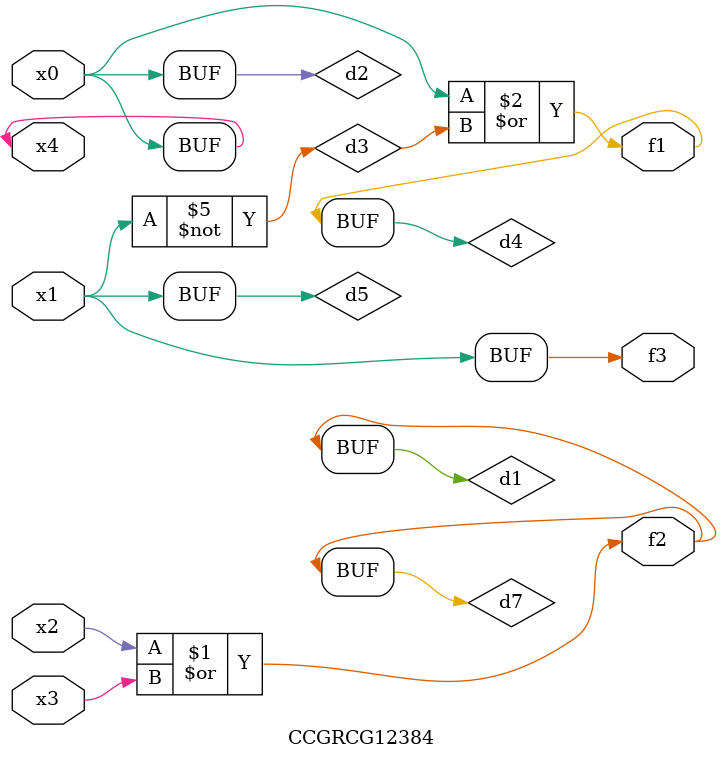
<source format=v>
module CCGRCG12384(
	input x0, x1, x2, x3, x4,
	output f1, f2, f3
);

	wire d1, d2, d3, d4, d5, d6, d7;

	or (d1, x2, x3);
	buf (d2, x0, x4);
	not (d3, x1);
	or (d4, d2, d3);
	not (d5, d3);
	nand (d6, d1, d3);
	or (d7, d1);
	assign f1 = d4;
	assign f2 = d7;
	assign f3 = d5;
endmodule

</source>
